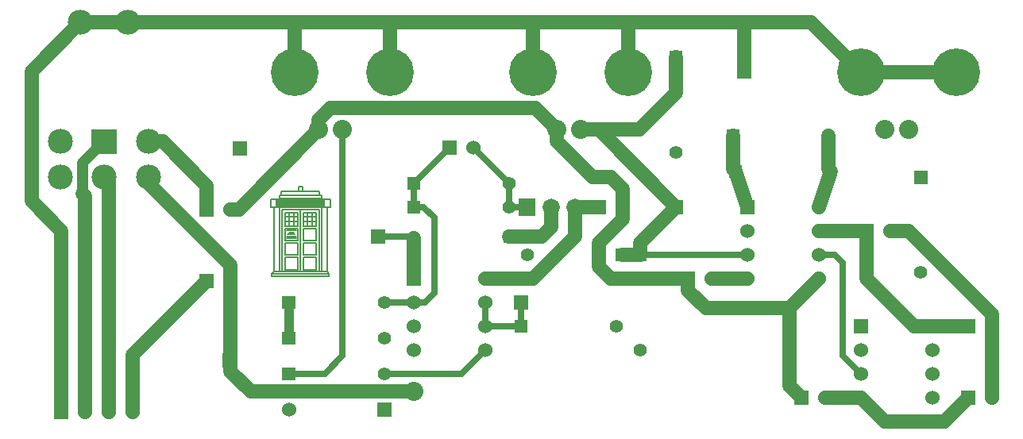
<source format=gtl>
G04 start of page 2 for group 0 idx 0 *
G04 Title: (unknown), solder *
G04 Creator: pcb 20110918 *
G04 CreationDate: Tue Oct  7 19:52:02 2014 UTC *
G04 For: fosse *
G04 Format: Gerber/RS-274X *
G04 PCB-Dimensions: 470000 250000 *
G04 PCB-Coordinate-Origin: lower left *
%MOIN*%
%FSLAX25Y25*%
%LNTOP*%
%ADD31C,0.0710*%
%ADD30C,0.0650*%
%ADD29C,0.0790*%
%ADD28C,0.0320*%
%ADD27C,0.0200*%
%ADD26C,0.0420*%
%ADD25C,0.0380*%
%ADD24C,0.0280*%
%ADD23C,0.0300*%
%ADD22C,0.0720*%
%ADD21C,0.1050*%
%ADD20C,0.2000*%
%ADD19C,0.0800*%
%ADD18C,0.0500*%
%ADD17C,0.0550*%
%ADD16C,0.0450*%
%ADD15C,0.0400*%
%ADD14C,0.0060*%
%ADD13C,0.0250*%
%ADD12C,0.0600*%
%ADD11C,0.0001*%
G54D11*G36*
X149600Y163800D02*X130200D01*
Y166500D01*
X149600D01*
Y163800D01*
G37*
G54D12*X312500Y133500D02*X327500D01*
X310000Y121000D02*X345000D01*
X357500Y133500D01*
X345000Y121000D02*Y88500D01*
X350000Y83500D01*
X302500Y133500D02*Y128500D01*
X310000Y121000D01*
X322500Y178500D02*X327500Y163500D01*
X321500Y193500D02*Y179500D01*
X322500Y178500D01*
X362500D02*X357500Y163500D01*
Y153500D02*X377500D01*
G54D13*X357500Y143500D02*X364000D01*
X367500Y140000D01*
G54D12*X361500Y193500D02*Y179500D01*
X362500Y178500D01*
X397500Y113500D02*X420000D01*
X430000Y118500D02*Y83500D01*
X360000D02*X375000D01*
X385000Y73500D01*
X410000D01*
X420000Y83500D01*
X395000Y153500D02*X430000Y118500D01*
X377500Y153500D02*Y133500D01*
X397500Y113500D01*
X387500Y153500D02*X395000D01*
X415000Y220000D02*X375000D01*
G54D13*X367500Y140000D02*Y101000D01*
X375000Y93500D01*
G54D12*X354000Y241000D02*X375000Y220000D01*
X326000Y220500D02*Y241000D01*
X217500Y133500D02*X237500D01*
G54D13*X217500Y113500D02*X232500D01*
Y123500D01*
X217500Y113500D02*Y123500D01*
X175000D02*X192000D01*
X196000Y127500D01*
X175000Y93500D02*X207500D01*
X217500Y103500D01*
G54D12*X237500Y133500D02*X255000Y151000D01*
X227500D02*X241000D01*
X245000Y155000D01*
G54D13*X196000Y159000D02*Y127500D01*
X227500Y163500D02*X235000D01*
G54D12*X187500Y133500D02*Y150500D01*
X270000Y133500D02*X302500D01*
X255000Y151000D02*Y163500D01*
X265000D01*
X275000Y158500D02*X265000Y148500D01*
X275000Y171000D02*Y158500D01*
X245000Y155000D02*Y163500D01*
X265000Y148500D02*Y138500D01*
X270000Y133500D01*
X275000Y143500D02*X282500D01*
Y148500D01*
X297500Y163500D01*
G54D13*X282500Y143500D02*X327500D01*
G54D12*X247500Y196000D02*Y191000D01*
X238500Y205000D02*X247500Y196000D01*
X237500Y220000D02*Y241000D01*
X247500Y191000D02*X262500Y176000D01*
X270000D01*
X275000Y171000D01*
X265000Y196000D02*X297500Y163500D01*
X257500Y196000D02*X282000D01*
X257500D02*X265000D01*
X282000D02*X297500Y211500D01*
Y226500D01*
X47500Y241000D02*X354000D01*
G54D14*X139100Y172100D02*X140700D01*
Y170200D01*
X139100D02*Y172100D01*
G54D12*X147500Y196000D02*Y200000D01*
X152500Y205000D01*
X238500D01*
G54D13*X187500Y163500D02*X191500D01*
X196000Y159000D01*
X187500Y173500D02*Y163500D01*
Y173500D02*X202500Y188500D01*
X212500D02*X227500Y173500D01*
Y163500D01*
X172500Y151000D02*X187500D01*
X157500Y101000D02*Y196000D01*
G54D14*X133300Y161200D02*X138800D01*
Y155500D01*
X137000Y161200D02*Y155500D01*
X138800Y154500D02*Y149400D01*
Y155500D02*X133300D01*
Y161200D01*
X135100D02*Y155500D01*
X138800Y157400D02*X133300D01*
Y159300D02*X138800D01*
Y149400D02*X133300D01*
X140000Y136300D02*X151000D01*
X151900Y135400D01*
Y134300D01*
X140500Y148900D03*
X133300Y154500D02*X138800D01*
X133300Y149400D02*Y154500D01*
G54D15*X135000Y123500D02*Y108500D01*
G54D13*Y93500D02*X150000D01*
X157500Y101000D01*
G54D14*X133300Y148400D02*X138800D01*
Y143300D01*
X133300D01*
Y148400D01*
Y142300D02*X138800D01*
Y137200D01*
X139900Y162300D02*Y136300D01*
X138800Y137200D02*X133300D01*
Y142300D01*
X148700Y168500D02*Y167100D01*
X149900Y166800D02*Y163500D01*
X151000D02*Y136300D01*
X152300Y166800D02*Y163500D01*
X148800D02*Y136300D01*
X134000Y153700D02*X138000D01*
X135200Y152800D02*X137000D01*
X134600Y152000D02*X137600D01*
X134000Y150300D02*X138100D01*
X134000Y151200D02*X138100D01*
X141000Y161200D02*X146500D01*
X141000D02*Y155500D01*
G54D12*X39500Y77500D02*Y153500D01*
X27000Y166000D01*
X49500Y77500D02*Y168000D01*
X59500Y77500D02*Y174000D01*
X69500Y77500D02*Y101500D01*
X100500Y132500D01*
X277500Y220000D02*Y241000D01*
X137500Y220000D02*Y241000D01*
X177500Y220000D02*Y241000D01*
X27000Y220500D02*X47500Y241000D01*
X27000Y166000D02*Y220500D01*
G54D16*X48500Y182000D02*X57500Y191000D01*
X48500Y169000D02*Y182000D01*
G54D12*X49500Y168000D02*X48500Y169000D01*
X114000Y162500D02*X147500Y196000D01*
X59500Y174000D02*X57500Y176000D01*
X110500Y162500D02*X114000D01*
X100500Y172500D02*Y162500D01*
X76000Y191000D02*X82000D01*
X100500Y172500D01*
X76000Y176000D02*Y173500D01*
G54D14*X131900Y170200D02*X147900D01*
X131900Y168500D02*Y170200D01*
X131100Y168500D02*Y167100D01*
X148700D01*
G54D12*X76000Y173500D02*X110500Y139000D01*
G54D14*X128800Y163500D02*Y136300D01*
X131000Y163500D02*Y136300D01*
X132100Y162300D02*Y136300D01*
X141000Y155500D02*X146500D01*
Y161200D02*Y155500D01*
X144700Y161200D02*Y155500D01*
X142800Y161200D02*Y155500D01*
X141000Y157400D02*X146500D01*
X141000Y159300D02*X146500D01*
X141000Y154500D02*X146500D01*
X141000D02*Y149400D01*
X146500Y154500D02*Y149400D01*
Y148400D02*Y143300D01*
X147700Y162300D02*Y136300D01*
X141000Y142300D02*X146500D01*
X141000D02*Y137200D01*
X146500D01*
Y142300D02*Y137200D01*
X139800Y136300D02*X128800D01*
G54D12*X110500Y139000D02*Y94500D01*
X119000Y86000D01*
X187500D01*
G54D14*X141000Y149400D02*X146500D01*
X141000Y148400D02*X146500D01*
X141000D02*Y143300D01*
X146500D01*
X128800Y136300D02*X127900Y135400D01*
Y134300D01*
X151900D01*
X127900Y135400D02*X151900D01*
X131100Y168500D02*X148700D01*
X129900Y163500D02*Y166800D01*
X152300Y163500D02*X127500D01*
X152300Y166800D02*X127500D01*
Y163500D01*
X132100Y162300D02*X147700D01*
X147900Y170200D02*Y168500D01*
G54D11*G36*
X132250Y111250D02*Y105750D01*
X137750D01*
Y111250D01*
X132250D01*
G37*
G36*
Y126250D02*Y120750D01*
X137750D01*
Y126250D01*
X132250D01*
G37*
G54D12*X135000Y78500D03*
G54D11*G36*
X132250Y96250D02*Y90750D01*
X137750D01*
Y96250D01*
X132250D01*
G37*
G54D17*X175000Y108500D03*
G54D11*G36*
X172000Y81500D02*Y75500D01*
X178000D01*
Y81500D01*
X172000D01*
G37*
G54D17*X175000Y93500D03*
Y123500D03*
G54D11*G36*
X184500Y136500D02*Y130500D01*
X190500D01*
Y136500D01*
X184500D01*
G37*
G54D12*X187500Y123500D03*
Y113500D03*
Y103500D03*
G54D11*G36*
X97500Y135500D02*Y129500D01*
X103500D01*
Y135500D01*
X97500D01*
G37*
G36*
X36500Y80500D02*Y74500D01*
X42500D01*
Y80500D01*
X36500D01*
G37*
G54D12*X49500Y77500D03*
X59500D03*
X69500D03*
X110500Y132500D03*
G54D11*G36*
X107000Y102000D02*Y96000D01*
X113000D01*
Y102000D01*
X107000D01*
G37*
G36*
X231400Y167100D02*Y159900D01*
X238600D01*
Y167100D01*
X231400D01*
G37*
G36*
X225000Y153500D02*Y148500D01*
X230000D01*
Y153500D01*
X225000D01*
G37*
G54D18*X187500Y151000D03*
G54D11*G36*
X184750Y166250D02*Y160750D01*
X190250D01*
Y166250D01*
X184750D01*
G37*
G54D17*X227500Y163500D03*
G54D11*G36*
X199500Y191500D02*Y185500D01*
X205500D01*
Y191500D01*
X199500D01*
G37*
G36*
X184750Y176250D02*Y170750D01*
X190250D01*
Y176250D01*
X184750D01*
G37*
G54D19*X147500Y196000D03*
X157500D03*
G54D20*X137500Y220000D03*
X177500D03*
G54D11*G36*
X169500Y154000D02*Y148000D01*
X175500D01*
Y154000D01*
X169500D01*
G37*
G36*
X97500Y165500D02*Y159500D01*
X103500D01*
Y165500D01*
X97500D01*
G37*
G54D12*X110500Y162500D03*
G54D21*X47500Y241000D03*
X67500D03*
G54D11*G36*
X52250Y196250D02*Y185750D01*
X62750D01*
Y196250D01*
X52250D01*
G37*
G54D21*X39000Y191000D03*
X76000D03*
X39000Y176000D03*
X57500D03*
X76000D03*
G54D11*G36*
X111500Y191000D02*Y185000D01*
X117500D01*
Y191000D01*
X111500D01*
G37*
G54D19*X247500Y196000D03*
G54D20*X237500Y220000D03*
G54D19*X257500Y196000D03*
G54D20*X277500Y220000D03*
G54D12*X212500Y188500D03*
G54D17*X227500Y173500D03*
G54D11*G36*
X294750Y229250D02*Y223750D01*
X300250D01*
Y229250D01*
X294750D01*
G37*
G54D17*X297500Y186500D03*
G54D11*G36*
X318750Y196250D02*Y190750D01*
X324250D01*
Y196250D01*
X318750D01*
G37*
G36*
X323000Y223500D02*Y217500D01*
X329000D01*
Y223500D01*
X323000D01*
G37*
G36*
X417000Y86500D02*Y80500D01*
X423000D01*
Y86500D01*
X417000D01*
G37*
G54D12*X430000Y83500D03*
G54D11*G36*
X417000Y116500D02*Y110500D01*
X423000D01*
Y116500D01*
X417000D01*
G37*
G54D12*X430000Y113500D03*
G54D11*G36*
X372000Y116500D02*Y110500D01*
X378000D01*
Y116500D01*
X372000D01*
G37*
G54D12*X405000Y113500D03*
X375000Y103500D03*
X405000D03*
X375000Y93500D03*
Y83500D03*
X405000D03*
Y93500D03*
G54D11*G36*
X229750Y116250D02*Y110750D01*
X235250D01*
Y116250D01*
X229750D01*
G37*
G54D22*X245000Y163500D03*
X255000D03*
G54D11*G36*
X262000Y166500D02*Y160500D01*
X268000D01*
Y166500D01*
X262000D01*
G37*
G54D17*X235000Y143500D03*
G54D11*G36*
X229500Y126500D02*Y120500D01*
X235500D01*
Y126500D01*
X229500D01*
G37*
G54D17*X272500Y113500D03*
G54D12*X275000Y163500D03*
G54D11*G36*
X272250Y146250D02*Y140750D01*
X277750D01*
Y146250D01*
X272250D01*
G37*
G36*
X279750D02*Y140750D01*
X285250D01*
Y146250D01*
X279750D01*
G37*
G36*
X299500Y136500D02*Y130500D01*
X305500D01*
Y136500D01*
X299500D01*
G37*
G54D12*X312500Y133500D03*
G54D17*X282500Y103500D03*
G54D11*G36*
X294500Y166500D02*Y160500D01*
X300500D01*
Y166500D01*
X294500D01*
G37*
G36*
X319750Y181250D02*Y175750D01*
X325250D01*
Y181250D01*
X319750D01*
G37*
G36*
X324500Y166500D02*Y160500D01*
X330500D01*
Y166500D01*
X324500D01*
G37*
G54D12*X327500Y153500D03*
Y143500D03*
Y133500D03*
X217500Y103500D03*
Y113500D03*
Y123500D03*
Y133500D03*
G54D20*X375000Y220000D03*
X415000D03*
G54D17*X362500Y178500D03*
X361500Y193500D03*
G54D19*X385000Y196000D03*
X395000D03*
G54D12*X387500Y153500D03*
G54D11*G36*
X397450Y178750D02*Y173250D01*
X402950D01*
Y178750D01*
X397450D01*
G37*
G54D17*X400200Y136000D03*
G54D11*G36*
X374500Y156500D02*Y150500D01*
X380500D01*
Y156500D01*
X374500D01*
G37*
G54D12*X357500Y133500D03*
Y143500D03*
Y153500D03*
Y163500D03*
G54D11*G36*
X347000Y86500D02*Y80500D01*
X353000D01*
Y86500D01*
X347000D01*
G37*
G54D12*X360000Y83500D03*
G54D11*G36*
X342000Y109500D02*Y103500D01*
X348000D01*
Y109500D01*
X342000D01*
G37*
G54D19*X187500Y86000D03*
G54D18*G54D23*G54D24*G54D23*G54D25*G54D23*G54D25*G54D26*G54D27*G54D23*G54D28*G54D29*G54D25*G54D23*G54D30*G54D31*G54D25*G54D28*G54D29*G54D28*G54D29*G54D23*G54D25*G54D23*G54D24*G54D23*G54D26*G54D23*G54D25*G54D23*G54D25*G54D23*G54D24*G54D29*G54D23*G54D28*G54D23*G54D24*G54D23*G54D25*M02*

</source>
